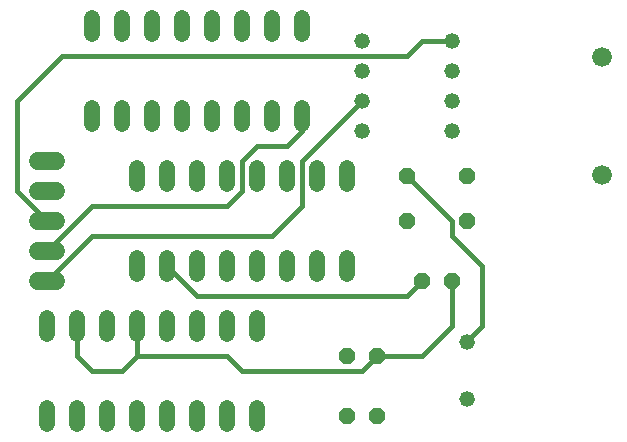
<source format=gbr>
G04 EAGLE Gerber RS-274X export*
G75*
%MOMM*%
%FSLAX34Y34*%
%LPD*%
%INBottom Copper*%
%IPPOS*%
%AMOC8*
5,1,8,0,0,1.08239X$1,22.5*%
G01*
%ADD10P,1.429621X8X22.500000*%
%ADD11C,1.320800*%
%ADD12C,1.320800*%
%ADD13C,1.676400*%
%ADD14C,1.524000*%
%ADD15C,0.406400*%


D10*
X368300Y152400D03*
X393700Y152400D03*
X304800Y88900D03*
X330200Y88900D03*
X304800Y38100D03*
X330200Y38100D03*
D11*
X50800Y31496D02*
X50800Y44704D01*
X76200Y44704D02*
X76200Y31496D01*
X203200Y31496D02*
X203200Y44704D01*
X228600Y44704D02*
X228600Y31496D01*
X101600Y31496D02*
X101600Y44704D01*
X127000Y44704D02*
X127000Y31496D01*
X177800Y31496D02*
X177800Y44704D01*
X152400Y44704D02*
X152400Y31496D01*
X228600Y107696D02*
X228600Y120904D01*
X203200Y120904D02*
X203200Y107696D01*
X177800Y107696D02*
X177800Y120904D01*
X152400Y120904D02*
X152400Y107696D01*
X127000Y107696D02*
X127000Y120904D01*
X101600Y120904D02*
X101600Y107696D01*
X76200Y107696D02*
X76200Y120904D01*
X50800Y120904D02*
X50800Y107696D01*
X88900Y285496D02*
X88900Y298704D01*
X114300Y298704D02*
X114300Y285496D01*
X241300Y285496D02*
X241300Y298704D01*
X266700Y298704D02*
X266700Y285496D01*
X139700Y285496D02*
X139700Y298704D01*
X165100Y298704D02*
X165100Y285496D01*
X215900Y285496D02*
X215900Y298704D01*
X190500Y298704D02*
X190500Y285496D01*
X266700Y361696D02*
X266700Y374904D01*
X241300Y374904D02*
X241300Y361696D01*
X215900Y361696D02*
X215900Y374904D01*
X190500Y374904D02*
X190500Y361696D01*
X165100Y361696D02*
X165100Y374904D01*
X139700Y374904D02*
X139700Y361696D01*
X114300Y361696D02*
X114300Y374904D01*
X88900Y374904D02*
X88900Y361696D01*
X127000Y171704D02*
X127000Y158496D01*
X152400Y158496D02*
X152400Y171704D01*
X279400Y171704D02*
X279400Y158496D01*
X304800Y158496D02*
X304800Y171704D01*
X177800Y171704D02*
X177800Y158496D01*
X203200Y158496D02*
X203200Y171704D01*
X254000Y171704D02*
X254000Y158496D01*
X228600Y158496D02*
X228600Y171704D01*
X304800Y234696D02*
X304800Y247904D01*
X279400Y247904D02*
X279400Y234696D01*
X254000Y234696D02*
X254000Y247904D01*
X228600Y247904D02*
X228600Y234696D01*
X203200Y234696D02*
X203200Y247904D01*
X177800Y247904D02*
X177800Y234696D01*
X152400Y234696D02*
X152400Y247904D01*
X127000Y247904D02*
X127000Y234696D01*
D12*
X393700Y279400D03*
X393700Y304800D03*
X317500Y304800D03*
X317500Y279400D03*
X393700Y330200D03*
X393700Y355600D03*
X317500Y330200D03*
X317500Y355600D03*
X406400Y100330D03*
X406400Y52070D03*
D10*
X355600Y203200D03*
X406400Y203200D03*
X355600Y241300D03*
X406400Y241300D03*
D13*
X520700Y342100D03*
X520700Y242100D03*
D14*
X58420Y152400D02*
X43180Y152400D01*
X43180Y177800D02*
X58420Y177800D01*
X58420Y203200D02*
X43180Y203200D01*
X43180Y228600D02*
X58420Y228600D01*
X58420Y254000D02*
X43180Y254000D01*
D15*
X88900Y215900D02*
X50800Y177800D01*
X88900Y215900D02*
X203200Y215900D01*
X215900Y228600D01*
X215900Y254000D01*
X228600Y266700D01*
X254000Y266700D01*
X266700Y279400D01*
X266700Y292100D01*
X355600Y241300D02*
X393700Y203200D01*
X393700Y190500D01*
X419100Y165100D01*
X419100Y114300D01*
X406400Y101600D01*
X406400Y100330D01*
X177800Y139700D02*
X152400Y165100D01*
X355600Y139700D02*
X368300Y152400D01*
X355600Y139700D02*
X177800Y139700D01*
X266700Y254000D02*
X317500Y304800D01*
X266700Y254000D02*
X266700Y215900D01*
X241300Y190500D01*
X88900Y190500D02*
X50800Y152400D01*
X88900Y190500D02*
X241300Y190500D01*
X76200Y114300D02*
X76200Y88900D01*
X88900Y76200D01*
X114300Y76200D02*
X127000Y88900D01*
X127000Y114300D01*
X114300Y76200D02*
X88900Y76200D01*
X127000Y88900D02*
X203200Y88900D01*
X215900Y76200D01*
X317500Y76200D01*
X330200Y88900D01*
X368300Y88900D01*
X393700Y114300D01*
X393700Y152400D01*
X50800Y203200D02*
X25400Y228600D01*
X25400Y304800D02*
X63500Y342900D01*
X355600Y342900D02*
X368300Y355600D01*
X393700Y355600D01*
X25400Y304800D02*
X25400Y228600D01*
X63500Y342900D02*
X355600Y342900D01*
M02*

</source>
